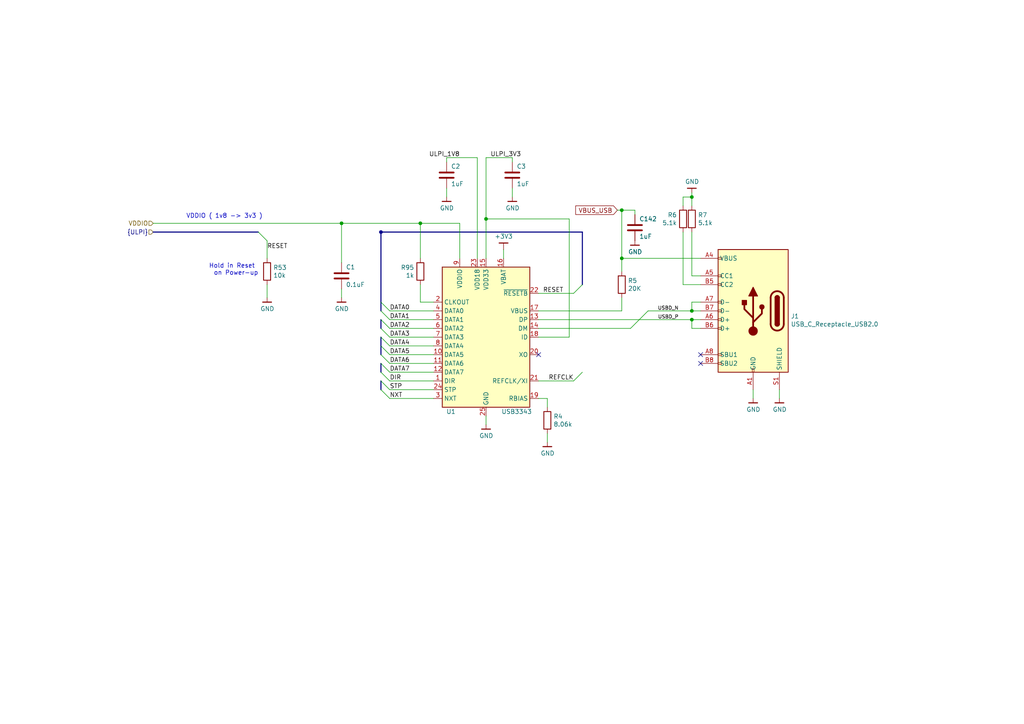
<source format=kicad_sch>
(kicad_sch (version 20200618) (host eeschema "5.99.0-unknown-73168a9~101~ubuntu18.04.1")
  (page 1 18)
  (paper "A4")
  (title_block (title "ButterStick") (date "2020-07-16") (rev "r1.0") (company "GsD") (comment 1 "Functional prototyping board for the Lattice ECP5."))
  (lib_symbols
    (symbol "Connector:USB_C_Receptacle_USB2.0"
      (property "Reference" "J" (at -10.16 19.05 0))
      (property "Value" "USB_C_Receptacle_USB2.0" (at 19.05 19.05 0))
      (symbol "USB_C_Receptacle_USB2.0_0_1"
        (arc (start -8.89 -3.81) (end -5.08 -3.81) (radius (at -6.985 -3.81) (length 1.905) (angles -179.9 -0.1)) (stroke (width 0.508)))
        (arc (start -7.62 -3.81) (end -6.35 -3.81) (radius (at -6.985 -3.81) (length 0.635) (angles -179.9 -0.1)) (stroke (width 0.254)))
        (arc (start -7.62 -3.81) (end -6.35 -3.81) (radius (at -6.985 -3.81) (length 0.635) (angles -179.9 -0.1)) (stroke (width 0.254)) (fill (type outline)))
        (arc (start -6.35 3.81) (end -7.62 3.81) (radius (at -6.985 3.81) (length 0.635) (angles 0.1 179.9)) (stroke (width 0.254)) (fill (type outline)))
        (arc (start -6.35 3.81) (end -7.62 3.81) (radius (at -6.985 3.81) (length 0.635) (angles 0.1 179.9)) (stroke (width 0.254)))
        (arc (start -5.08 3.81) (end -8.89 3.81) (radius (at -6.985 3.81) (length 1.905) (angles 0.1 179.9)) (stroke (width 0.508)))
        (circle (center -2.54 1.143) (radius 0.635) (stroke (width 0.254)) (fill (type outline)))
        (circle (center 0 -5.842) (radius 1.27) (fill (type outline)))
        (rectangle (start -10.16 17.78) (end 10.16 -17.78) (stroke (width 0.254)) (fill (type background)))
        (rectangle (start -7.62 -3.81) (end -6.35 3.81) (stroke (width 0.254)) (fill (type outline)))
        (rectangle (start 1.905 1.778) (end 3.175 3.048) (stroke (width 0.254)) (fill (type outline)))
        (polyline (pts (xy -8.89 -3.81) (xy -8.89 3.81)) (stroke (width 0.508)))
        (polyline (pts (xy -5.08 3.81) (xy -5.08 -3.81)) (stroke (width 0.508)))
        (polyline (pts (xy 0 -5.842) (xy 0 4.318)) (stroke (width 0.508)))
        (polyline (pts (xy 0 -3.302) (xy -2.54 -0.762) (xy -2.54 0.508)) (stroke (width 0.508)))
        (polyline (pts (xy 0 -2.032) (xy 2.54 0.508) (xy 2.54 1.778)) (stroke (width 0.508)))
        (polyline (pts (xy -1.27 4.318) (xy 0 6.858) (xy 1.27 4.318) (xy -1.27 4.318)) (stroke (width 0.254)) (fill (type outline)))
      )
      (symbol "USB_C_Receptacle_USB2.0_0_0"
        (rectangle (start -0.254 -17.78) (end 0.254 -16.764))
        (rectangle (start 10.16 -14.986) (end 9.144 -15.494))
        (rectangle (start 10.16 -12.446) (end 9.144 -12.954))
        (rectangle (start 10.16 -4.826) (end 9.144 -5.334))
        (rectangle (start 10.16 -2.286) (end 9.144 -2.794))
        (rectangle (start 10.16 0.254) (end 9.144 -0.254))
        (rectangle (start 10.16 2.794) (end 9.144 2.286))
        (rectangle (start 10.16 7.874) (end 9.144 7.366))
        (rectangle (start 10.16 10.414) (end 9.144 9.906))
        (rectangle (start 10.16 15.494) (end 9.144 14.986))
      )
      (symbol "USB_C_Receptacle_USB2.0_1_1"
        (pin power_in line (at 0 -22.86 90) (length 5.08) (name "GND") (number "A1"))
        (pin passive line (at 0 -22.86 90) (length 5.08) hide (name "GND") (number "A12"))
        (pin power_in line (at 15.24 15.24 180) (length 5.08) (name "VBUS") (number "A4"))
        (pin bidirectional line (at 15.24 10.16 180) (length 5.08) (name "CC1") (number "A5"))
        (pin bidirectional line (at 15.24 -2.54 180) (length 5.08) (name "D+") (number "A6"))
        (pin bidirectional line (at 15.24 2.54 180) (length 5.08) (name "D-") (number "A7"))
        (pin bidirectional line (at 15.24 -12.7 180) (length 5.08) (name "SBU1") (number "A8"))
        (pin passive line (at 15.24 15.24 180) (length 5.08) hide (name "VBUS") (number "A9"))
        (pin passive line (at 0 -22.86 90) (length 5.08) hide (name "GND") (number "B1"))
        (pin passive line (at 0 -22.86 90) (length 5.08) hide (name "GND") (number "B12"))
        (pin passive line (at 15.24 15.24 180) (length 5.08) hide (name "VBUS") (number "B4"))
        (pin bidirectional line (at 15.24 7.62 180) (length 5.08) (name "CC2") (number "B5"))
        (pin bidirectional line (at 15.24 -5.08 180) (length 5.08) (name "D+") (number "B6"))
        (pin bidirectional line (at 15.24 0 180) (length 5.08) (name "D-") (number "B7"))
        (pin bidirectional line (at 15.24 -15.24 180) (length 5.08) (name "SBU2") (number "B8"))
        (pin passive line (at 15.24 15.24 180) (length 5.08) hide (name "VBUS") (number "B9"))
        (pin passive line (at -7.62 -22.86 90) (length 5.08) (name "SHIELD") (number "S1"))
      )
    )
    (symbol "Device:C" (pin_numbers hide) (pin_names (offset 0.254))
      (property "Reference" "C" (at 0.635 2.54 0))
      (property "Value" "C" (at 0.635 -2.54 0))
      (symbol "C_0_1"
        (polyline (pts (xy -2.032 -0.762) (xy 2.032 -0.762)) (stroke (width 0.508)))
        (polyline (pts (xy -2.032 0.762) (xy 2.032 0.762)) (stroke (width 0.508)))
      )
      (symbol "C_1_1"
        (pin passive line (at 0 3.81 270) (length 2.794) (name "~") (number "1"))
        (pin passive line (at 0 -3.81 90) (length 2.794) (name "~") (number "2"))
      )
    )
    (symbol "Device:R" (pin_numbers hide) (pin_names (offset 0))
      (property "Reference" "R" (at 2.032 0 90))
      (property "Value" "R" (at 0 0 90))
      (symbol "R_0_1"
        (rectangle (start -1.016 -2.54) (end 1.016 2.54) (stroke (width 0.254)))
      )
      (symbol "R_1_1"
        (pin passive line (at 0 3.81 270) (length 1.27) (name "~") (number "1"))
        (pin passive line (at 0 -3.81 90) (length 1.27) (name "~") (number "2"))
      )
    )
    (symbol "Interface_USB:USB3343" (pin_names (offset 0.508))
      (property "Reference" "U" (at 0 2.54 0))
      (property "Value" "USB3343" (at 0 0 0))
      (symbol "USB3343_0_1"
        (rectangle (start -12.7 20.32) (end 12.7 -20.32) (stroke (width 0.254)) (fill (type background)))
      )
      (symbol "USB3343_1_1"
        (pin output line (at 15.24 -12.7 180) (length 2.54) (name "DIR") (number "1"))
        (pin bidirectional line (at 15.24 -5.08 180) (length 2.54) (name "DATA5") (number "10"))
        (pin bidirectional line (at 15.24 -7.62 180) (length 2.54) (name "DATA6") (number "11"))
        (pin bidirectional line (at 15.24 -10.16 180) (length 2.54) (name "DATA7") (number "12"))
        (pin bidirectional line (at -15.24 5.08 0) (length 2.54) (name "DP") (number "13"))
        (pin bidirectional line (at -15.24 2.54 0) (length 2.54) (name "DM") (number "14"))
        (pin power_out line (at 0 22.86 270) (length 2.54) (name "VDD33") (number "15"))
        (pin power_in line (at -5.08 22.86 270) (length 2.54) (name "VBAT") (number "16"))
        (pin input line (at -15.24 7.62 0) (length 2.54) (name "VBUS") (number "17"))
        (pin input line (at -15.24 0 0) (length 2.54) (name "ID") (number "18"))
        (pin passive line (at -15.24 -17.78 0) (length 2.54) (name "RBIAS") (number "19"))
        (pin output line (at 15.24 10.16 180) (length 2.54) (name "CLKOUT") (number "2"))
        (pin output line (at -15.24 -5.08 0) (length 2.54) (name "XO") (number "20"))
        (pin input line (at -15.24 -12.7 0) (length 2.54) (name "REFCLK/XI") (number "21"))
        (pin input line (at -15.24 12.7 0) (length 2.54) (name "~RESETB") (number "22"))
        (pin power_out line (at 2.54 22.86 270) (length 2.54) (name "VDD18") (number "23"))
        (pin input line (at 15.24 -15.24 180) (length 2.54) (name "STP") (number "24"))
        (pin power_in line (at 0 -22.86 90) (length 2.54) (name "GND") (number "25"))
        (pin output line (at 15.24 -17.78 180) (length 2.54) (name "NXT") (number "3"))
        (pin bidirectional line (at 15.24 7.62 180) (length 2.54) (name "DATA0") (number "4"))
        (pin bidirectional line (at 15.24 5.08 180) (length 2.54) (name "DATA1") (number "5"))
        (pin bidirectional line (at 15.24 2.54 180) (length 2.54) (name "DATA2") (number "6"))
        (pin bidirectional line (at 15.24 0 180) (length 2.54) (name "DATA3") (number "7"))
        (pin bidirectional line (at 15.24 -2.54 180) (length 2.54) (name "DATA4") (number "8"))
        (pin power_in line (at 7.62 22.86 270) (length 2.54) (name "VDDIO") (number "9"))
      )
    )
    (symbol "gkl_power:+3V3" (power) (pin_names (offset 0))
      (property "Value" "+3V3" (at 0 3.556 0))
      (symbol "+3V3_0_1"
        (polyline (pts (xy -1.27 1.905) (xy 1.27 1.905)) (stroke (width 0.3048)))
        (polyline (pts (xy 0 0) (xy 0 1.905)))
      )
      (symbol "+3V3_1_1"
        (pin power_in line (at 0 0 90) (length 0) hide (name "+3V3") (number "1"))
      )
    )
    (symbol "gkl_power:GND" (power) (pin_names (offset 0))
      (property "Value" "GND" (at 0 -2.54 0))
      (symbol "GND_0_1"
        (polyline (pts (xy 0 -1.27) (xy 0 0)))
        (polyline (pts (xy 1.27 -1.27) (xy -1.27 -1.27)) (stroke (width 0.3048)))
      )
      (symbol "GND_1_1"
        (pin power_in line (at 0 0 270) (length 0) hide (name "GND") (number "1"))
      )
    )
  )
  (junction (at 99.06 64.77))
  (junction (at 121.92 64.77))
  (junction (at 140.97 63.5))
  (junction (at 180.34 60.96))
  (junction (at 180.34 74.93))
  (junction (at 200.66 57.15))
  (junction (at 200.66 90.17))
  (junction (at 200.66 92.71))
  (junction (at 110.49 67.31))
  (no_connect (at 203.2 105.41))
  (no_connect (at 203.2 102.87))
  (no_connect (at 156.21 102.87))
  (bus_entry (at 74.93 67.31) (size 2.54 2.54) (stroke (width 0.1524)))
  (bus_entry (at 110.49 87.63) (size 2.54 2.54) (stroke (width 0.1524)))
  (bus_entry (at 110.49 90.17) (size 2.54 2.54) (stroke (width 0.1524)))
  (bus_entry (at 110.49 92.71) (size 2.54 2.54) (stroke (width 0.1524)))
  (bus_entry (at 110.49 95.25) (size 2.54 2.54) (stroke (width 0.1524)))
  (bus_entry (at 110.49 97.79) (size 2.54 2.54) (stroke (width 0.1524)))
  (bus_entry (at 110.49 100.33) (size 2.54 2.54) (stroke (width 0.1524)))
  (bus_entry (at 110.49 102.87) (size 2.54 2.54) (stroke (width 0.1524)))
  (bus_entry (at 110.49 105.41) (size 2.54 2.54) (stroke (width 0.1524)))
  (bus_entry (at 110.49 107.95) (size 2.54 2.54) (stroke (width 0.1524)))
  (bus_entry (at 110.49 110.49) (size 2.54 2.54) (stroke (width 0.1524)))
  (bus_entry (at 110.49 113.03) (size 2.54 2.54) (stroke (width 0.1524)))
  (bus_entry (at 166.37 85.09) (size 2.54 -2.54) (stroke (width 0.1524)))
  (bus_entry (at 166.37 110.49) (size 2.54 -2.54) (stroke (width 0.1524)))
  (wire (pts (xy 44.45 64.77) (xy 99.06 64.77)))
  (wire (pts (xy 77.47 69.85) (xy 77.47 74.93)))
  (wire (pts (xy 77.47 82.55) (xy 77.47 86.36)))
  (wire (pts (xy 99.06 64.77) (xy 99.06 76.2)))
  (wire (pts (xy 99.06 64.77) (xy 121.92 64.77)))
  (wire (pts (xy 99.06 86.36) (xy 99.06 83.82)))
  (wire (pts (xy 113.03 90.17) (xy 125.73 90.17)))
  (wire (pts (xy 113.03 92.71) (xy 125.73 92.71)))
  (wire (pts (xy 113.03 95.25) (xy 125.73 95.25)))
  (wire (pts (xy 113.03 97.79) (xy 125.73 97.79)))
  (wire (pts (xy 113.03 100.33) (xy 125.73 100.33)))
  (wire (pts (xy 113.03 102.87) (xy 125.73 102.87)))
  (wire (pts (xy 113.03 105.41) (xy 125.73 105.41)))
  (wire (pts (xy 113.03 107.95) (xy 125.73 107.95)))
  (wire (pts (xy 113.03 110.49) (xy 125.73 110.49)))
  (wire (pts (xy 113.03 113.03) (xy 125.73 113.03)))
  (wire (pts (xy 113.03 115.57) (xy 125.73 115.57)))
  (wire (pts (xy 121.92 64.77) (xy 121.92 74.93)))
  (wire (pts (xy 121.92 64.77) (xy 133.35 64.77)))
  (wire (pts (xy 121.92 82.55) (xy 121.92 87.63)))
  (wire (pts (xy 125.73 87.63) (xy 121.92 87.63)))
  (wire (pts (xy 129.54 45.72) (xy 129.54 46.99)))
  (wire (pts (xy 129.54 57.15) (xy 129.54 54.61)))
  (wire (pts (xy 133.35 74.93) (xy 133.35 64.77)))
  (wire (pts (xy 138.43 45.72) (xy 129.54 45.72)))
  (wire (pts (xy 138.43 45.72) (xy 138.43 74.93)))
  (wire (pts (xy 140.97 45.72) (xy 140.97 63.5)))
  (wire (pts (xy 140.97 63.5) (xy 140.97 74.93)))
  (wire (pts (xy 140.97 120.65) (xy 140.97 123.19)))
  (wire (pts (xy 146.05 72.39) (xy 146.05 74.93)))
  (wire (pts (xy 148.59 45.72) (xy 140.97 45.72)))
  (wire (pts (xy 148.59 45.72) (xy 148.59 46.99)))
  (wire (pts (xy 148.59 57.15) (xy 148.59 54.61)))
  (wire (pts (xy 156.21 85.09) (xy 166.37 85.09)))
  (wire (pts (xy 156.21 90.17) (xy 180.34 90.17)))
  (wire (pts (xy 156.21 92.71) (xy 200.66 92.71)))
  (wire (pts (xy 156.21 95.25) (xy 182.88 95.25)))
  (wire (pts (xy 156.21 97.79) (xy 165.1 97.79)))
  (wire (pts (xy 156.21 110.49) (xy 166.37 110.49)))
  (wire (pts (xy 158.75 115.57) (xy 156.21 115.57)))
  (wire (pts (xy 158.75 118.11) (xy 158.75 115.57)))
  (wire (pts (xy 158.75 125.73) (xy 158.75 128.27)))
  (wire (pts (xy 165.1 63.5) (xy 140.97 63.5)))
  (wire (pts (xy 165.1 97.79) (xy 165.1 63.5)))
  (wire (pts (xy 179.07 60.96) (xy 180.34 60.96)))
  (wire (pts (xy 180.34 60.96) (xy 180.34 74.93)))
  (wire (pts (xy 180.34 60.96) (xy 184.15 60.96)))
  (wire (pts (xy 180.34 74.93) (xy 203.2 74.93)))
  (wire (pts (xy 180.34 78.74) (xy 180.34 74.93)))
  (wire (pts (xy 180.34 90.17) (xy 180.34 86.36)))
  (wire (pts (xy 182.88 95.25) (xy 187.96 90.17)))
  (wire (pts (xy 184.15 60.96) (xy 184.15 62.23)))
  (wire (pts (xy 187.96 90.17) (xy 200.66 90.17)))
  (wire (pts (xy 198.12 57.15) (xy 200.66 57.15)))
  (wire (pts (xy 198.12 59.69) (xy 198.12 57.15)))
  (wire (pts (xy 198.12 82.55) (xy 198.12 67.31)))
  (wire (pts (xy 200.66 55.88) (xy 200.66 57.15)))
  (wire (pts (xy 200.66 57.15) (xy 200.66 59.69)))
  (wire (pts (xy 200.66 67.31) (xy 200.66 80.01)))
  (wire (pts (xy 200.66 87.63) (xy 200.66 90.17)))
  (wire (pts (xy 200.66 90.17) (xy 203.2 90.17)))
  (wire (pts (xy 200.66 92.71) (xy 203.2 92.71)))
  (wire (pts (xy 200.66 95.25) (xy 200.66 92.71)))
  (wire (pts (xy 203.2 80.01) (xy 200.66 80.01)))
  (wire (pts (xy 203.2 82.55) (xy 198.12 82.55)))
  (wire (pts (xy 203.2 87.63) (xy 200.66 87.63)))
  (wire (pts (xy 203.2 95.25) (xy 200.66 95.25)))
  (wire (pts (xy 218.44 113.03) (xy 218.44 115.57)))
  (wire (pts (xy 226.06 113.03) (xy 226.06 115.57)))
  (bus (pts (xy 44.45 67.31) (xy 110.49 67.31)))
  (bus (pts (xy 110.49 67.31) (xy 110.49 87.63)))
  (bus (pts (xy 110.49 67.31) (xy 168.91 67.31)))
  (bus (pts (xy 110.49 87.63) (xy 110.49 92.71)))
  (bus (pts (xy 110.49 92.71) (xy 110.49 97.79)))
  (bus (pts (xy 110.49 97.79) (xy 110.49 100.33)))
  (bus (pts (xy 110.49 100.33) (xy 110.49 105.41)))
  (bus (pts (xy 110.49 105.41) (xy 110.49 110.49)))
  (bus (pts (xy 110.49 110.49) (xy 110.49 113.03)))
  (bus (pts (xy 168.91 67.31) (xy 168.91 107.95)))
  (text "Hold in Reset \non Power-up" (at 74.93 80.01 180) (effects (font (size 1.27 1.27)) (justify right bottom)))
  (text "VDDIO ( 1v8 -> 3v3 )" (at 76.2 63.5 180) (effects (font (size 1.27 1.27)) (justify right bottom)))
  (label "RESET" (at 77.47 72.39 0))
  (label "DATA0" (at 113.03 90.17 0))
  (label "DATA1" (at 113.03 92.71 0))
  (label "DATA2" (at 113.03 95.25 0))
  (label "DATA3" (at 113.03 97.79 0))
  (label "DATA4" (at 113.03 100.33 0))
  (label "DATA5" (at 113.03 102.87 0))
  (label "DATA6" (at 113.03 105.41 0))
  (label "DATA7" (at 113.03 107.95 0))
  (label "DIR" (at 113.03 110.49 0))
  (label "STP" (at 113.03 113.03 0))
  (label "NXT" (at 113.03 115.57 0))
  (label "ULPI_1V8" (at 133.35 45.72 180))
  (label "ULPI_3V3" (at 142.24 45.72 0))
  (label "RESET" (at 157.48 85.09 0))
  (label "REFCLK" (at 166.37 110.49 180))
  (label "USBD_N" (at 196.85 90.17 180) (effects (font (size 1.016 1.016))))
  (label "USBD_P" (at 196.85 92.71 180) (effects (font (size 1.016 1.016))))
  (global_label "VBUS_USB" (shape input) (at 179.07 60.96 180))
  (hierarchical_label "VDDIO" (shape input) (at 44.45 64.77 180))
  (hierarchical_label "{ULPI}" (shape input) (at 44.45 67.31 180))
  (symbol (lib_id "gkl_power:GND") (at 77.47 86.36 0) (unit 1)
    (property "Reference" "#PWR0132" (effects hide))
    (property "Value" "GND" (at 77.5462 89.5604 0))
  )
  (symbol (lib_id "gkl_power:GND") (at 99.06 86.36 0) (unit 1)
    (property "Reference" "#PWR04" (effects hide))
    (property "Value" "GND" (at 99.1362 89.5604 0))
  )
  (symbol (lib_id "gkl_power:GND") (at 129.54 57.15 0) (unit 1)
    (property "Reference" "#PWR06" (effects hide))
    (property "Value" "GND" (at 129.6162 60.3504 0))
  )
  (symbol (lib_id "gkl_power:GND") (at 140.97 123.19 0) (unit 1)
    (property "Reference" "#PWR07" (effects hide))
    (property "Value" "GND" (at 141.0462 126.3904 0))
  )
  (symbol (lib_id "gkl_power:GND") (at 148.59 57.15 0) (unit 1)
    (property "Reference" "#PWR09" (effects hide))
    (property "Value" "GND" (at 148.6662 60.3504 0))
  )
  (symbol (lib_id "gkl_power:GND") (at 158.75 128.27 0) (unit 1)
    (property "Reference" "#PWR010" (effects hide))
    (property "Value" "GND" (at 158.8262 131.4704 0))
  )
  (symbol (lib_id "gkl_power:GND") (at 184.15 69.85 0) (unit 1)
    (property "Reference" "#PWR0121" (effects hide))
    (property "Value" "GND" (at 184.2262 73.0504 0))
  )
  (symbol (lib_id "gkl_power:GND") (at 200.66 55.88 0) (mirror x) (unit 1)
    (property "Reference" "#PWR011" (effects hide))
    (property "Value" "GND" (at 200.7362 52.6796 0))
  )
  (symbol (lib_id "gkl_power:GND") (at 218.44 115.57 0) (unit 1)
    (property "Reference" "#PWR012" (effects hide))
    (property "Value" "GND" (at 218.5162 118.7704 0))
  )
  (symbol (lib_id "gkl_power:GND") (at 226.06 115.57 0) (unit 1)
    (property "Reference" "#PWR013" (effects hide))
    (property "Value" "GND" (at 226.1362 118.7704 0))
  )
  (symbol (lib_id "gkl_power:+3V3") (at 146.05 72.39 0) (unit 1)
    (property "Reference" "#PWR0242" (effects hide))
    (property "Value" "+3V3" (at 146.0881 68.5482 0))
  )
  (symbol (lib_id "Device:R") (at 77.47 78.74 180) (unit 1)
    (property "Reference" "R53" (at 79.248 77.597 0) (effects (justify right)))
    (property "Value" "10k" (at 79.248 79.883 0) (effects (justify right)))
    (property "Footprint" "Resistor_SMD:R_0402_1005Metric" (effects hide))
  )
  (symbol (lib_id "Device:R") (at 121.92 78.74 180) (unit 1)
    (property "Reference" "R95" (at 120.1419 77.5906 0) (effects (justify left)))
    (property "Value" "1k" (at 120.1419 79.8893 0) (effects (justify left)))
    (property "Footprint" "Resistor_SMD:R_0402_1005Metric" (effects hide))
  )
  (symbol (lib_id "Device:R") (at 158.75 121.92 180) (unit 1)
    (property "Reference" "R4" (at 160.528 120.777 0) (effects (justify right)))
    (property "Value" "8.06k" (at 160.528 123.063 0) (effects (justify right)))
    (property "Footprint" "Resistor_SMD:R_0402_1005Metric" (effects hide))
  )
  (symbol (lib_id "Device:R") (at 180.34 82.55 180) (unit 1)
    (property "Reference" "R5" (at 182.118 81.407 0) (effects (justify right)))
    (property "Value" "20K" (at 182.118 83.693 0) (effects (justify right)))
    (property "Footprint" "Resistor_SMD:R_0402_1005Metric" (effects hide))
  )
  (symbol (lib_id "Device:R") (at 198.12 63.5 180) (unit 1)
    (property "Reference" "R6" (at 196.342 62.3506 0) (effects (justify left)))
    (property "Value" "5.1k" (at 196.342 64.6493 0) (effects (justify left)))
    (property "Footprint" "Resistor_SMD:R_0402_1005Metric" (effects hide))
  )
  (symbol (lib_id "Device:R") (at 200.66 63.5 180) (unit 1)
    (property "Reference" "R7" (at 202.438 62.357 0) (effects (justify right)))
    (property "Value" "5.1k" (at 202.438 64.643 0) (effects (justify right)))
    (property "Footprint" "Resistor_SMD:R_0402_1005Metric" (effects hide))
  )
  (symbol (lib_id "Device:C") (at 99.06 80.01 0) (unit 1)
    (property "Reference" "C1" (at 100.33 77.47 0) (effects (justify left)))
    (property "Value" "0.1uF" (at 100.33 82.55 0) (effects (justify left)))
    (property "Footprint" "Capacitor_SMD:C_0402_1005Metric" (effects hide))
    (property "Mfg" "Samsung Electro-Mechanics" (effects hide))
    (property "PN" "CL05B104KP5NNNC" (effects hide))
  )
  (symbol (lib_id "Device:C") (at 129.54 50.8 0) (unit 1)
    (property "Reference" "C2" (at 130.81 48.26 0) (effects (justify left)))
    (property "Value" "1uF" (at 130.81 53.34 0) (effects (justify left)))
    (property "Footprint" "Capacitor_SMD:C_0402_1005Metric" (effects hide))
    (property "Mfg" "Samsung Electro-Mechanics" (effects hide))
    (property "PN" "CL05B104KP5NNNC" (effects hide))
  )
  (symbol (lib_id "Device:C") (at 148.59 50.8 0) (unit 1)
    (property "Reference" "C3" (at 149.86 48.26 0) (effects (justify left)))
    (property "Value" "1uF" (at 149.86 53.34 0) (effects (justify left)))
    (property "Footprint" "Capacitor_SMD:C_0402_1005Metric" (effects hide))
    (property "Mfg" "Samsung Electro-Mechanics" (effects hide))
    (property "PN" "CL05B104KP5NNNC" (effects hide))
  )
  (symbol (lib_id "Device:C") (at 184.15 66.04 0) (unit 1)
    (property "Reference" "C142" (at 185.42 63.5 0) (effects (justify left)))
    (property "Value" "1uF" (at 185.42 68.58 0) (effects (justify left)))
    (property "Footprint" "Capacitor_SMD:C_0402_1005Metric" (effects hide))
    (property "Mfg" "Samsung Electro-Mechanics" (effects hide))
    (property "PN" "CL05B104KP5NNNC" (effects hide))
  )
  (symbol (lib_id "Connector:USB_C_Receptacle_USB2.0") (at 218.44 90.17 0) (mirror y) (unit 1)
    (property "Reference" "J1" (at 229.362 91.7194 0) (effects (justify right)))
    (property "Value" "USB_C_Receptacle_USB2.0" (at 229.362 94.0308 0) (effects (justify right)))
    (property "Footprint" "Connector_USB:USB_C_Receptacle_HRO_TYPE-C-31-M-12" (effects hide))
    (property "Datasheet" "https://www.usb.org/sites/default/files/documents/usb_type-c.zip" (effects hide))
  )
  (symbol (lib_id "Interface_USB:USB3343") (at 140.97 97.79 0) (mirror y) (unit 1)
    (property "Reference" "U1" (at 130.81 119.38 0))
    (property "Value" "USB3343" (at 149.86 119.38 0))
    (property "Footprint" "Package_DFN_QFN:QFN-24-1EP_4x4mm_P0.5mm_EP2.6x2.6mm" (effects hide))
    (property "Datasheet" "http://ww1.microchip.com/downloads/en/DeviceDoc/334x.pdf" (effects hide))
  )
)
</source>
